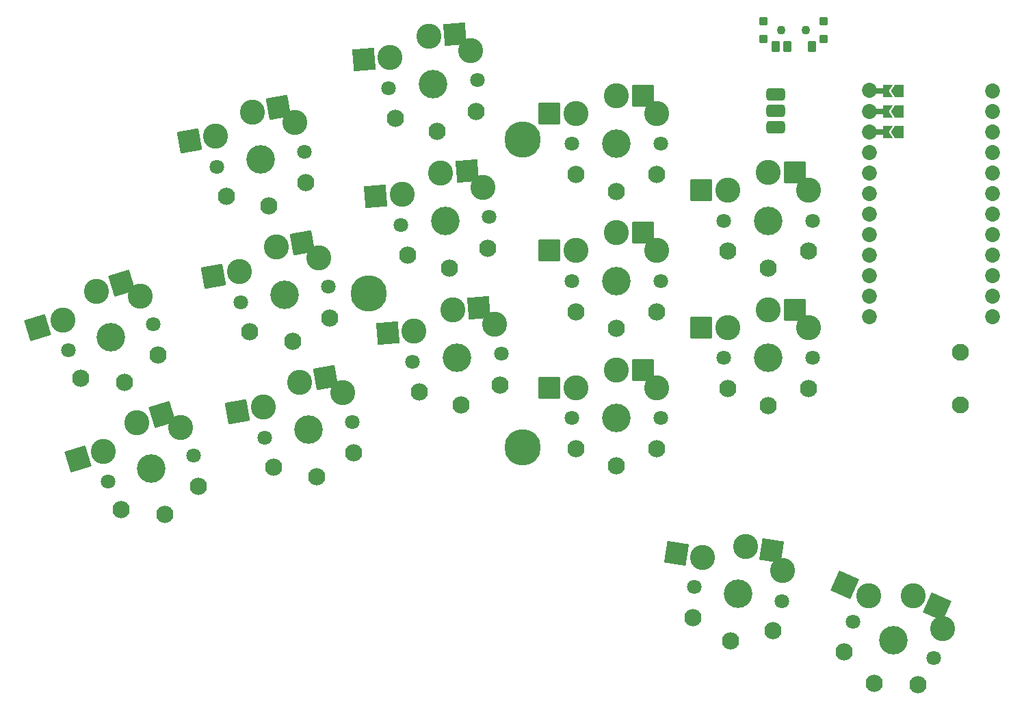
<source format=gts>
%TF.GenerationSoftware,KiCad,Pcbnew,(6.0.4)*%
%TF.CreationDate,2022-05-21T23:26:30+02:00*%
%TF.ProjectId,battoota,62617474-6f6f-4746-912e-6b696361645f,v1.0.0*%
%TF.SameCoordinates,Original*%
%TF.FileFunction,Soldermask,Top*%
%TF.FilePolarity,Negative*%
%FSLAX46Y46*%
G04 Gerber Fmt 4.6, Leading zero omitted, Abs format (unit mm)*
G04 Created by KiCad (PCBNEW (6.0.4)) date 2022-05-21 23:26:30*
%MOMM*%
%LPD*%
G01*
G04 APERTURE LIST*
G04 Aperture macros list*
%AMRoundRect*
0 Rectangle with rounded corners*
0 $1 Rounding radius*
0 $2 $3 $4 $5 $6 $7 $8 $9 X,Y pos of 4 corners*
0 Add a 4 corners polygon primitive as box body*
4,1,4,$2,$3,$4,$5,$6,$7,$8,$9,$2,$3,0*
0 Add four circle primitives for the rounded corners*
1,1,$1+$1,$2,$3*
1,1,$1+$1,$4,$5*
1,1,$1+$1,$6,$7*
1,1,$1+$1,$8,$9*
0 Add four rect primitives between the rounded corners*
20,1,$1+$1,$2,$3,$4,$5,0*
20,1,$1+$1,$4,$5,$6,$7,0*
20,1,$1+$1,$6,$7,$8,$9,0*
20,1,$1+$1,$8,$9,$2,$3,0*%
%AMFreePoly0*
4,1,16,0.535355,0.785355,0.550000,0.750000,0.550000,-0.750000,0.535355,-0.785355,0.500000,-0.800000,-0.650000,-0.800000,-0.685355,-0.785355,-0.700000,-0.750000,-0.691603,-0.722265,-0.210093,0.000000,-0.691603,0.722265,-0.699029,0.759806,-0.677735,0.791603,-0.650000,0.800000,0.500000,0.800000,0.535355,0.785355,0.535355,0.785355,$1*%
%AMFreePoly1*
4,1,16,0.535355,0.785355,0.541603,0.777735,1.041603,0.027735,1.049029,-0.009806,1.041603,-0.027735,0.541603,-0.777735,0.509806,-0.799029,0.500000,-0.800000,-0.500000,-0.800000,-0.535355,-0.785355,-0.550000,-0.750000,-0.550000,0.750000,-0.535355,0.785355,-0.500000,0.800000,0.500000,0.800000,0.535355,0.785355,0.535355,0.785355,$1*%
G04 Aperture macros list end*
%ADD10C,2.100000*%
%ADD11C,3.100000*%
%ADD12C,1.801800*%
%ADD13C,3.529000*%
%ADD14RoundRect,0.050000X-1.054507X-1.505993X1.505993X-1.054507X1.054507X1.505993X-1.505993X1.054507X0*%
%ADD15C,2.132000*%
%ADD16RoundRect,0.050000X-1.181751X-1.408356X1.408356X-1.181751X1.181751X1.408356X-1.408356X1.181751X0*%
%ADD17RoundRect,0.050000X-1.300000X-1.300000X1.300000X-1.300000X1.300000X1.300000X-1.300000X1.300000X0*%
%ADD18RoundRect,0.050000X-0.450000X-0.450000X0.450000X-0.450000X0.450000X0.450000X-0.450000X0.450000X0*%
%ADD19RoundRect,0.050000X-0.450000X-0.625000X0.450000X-0.625000X0.450000X0.625000X-0.450000X0.625000X0*%
%ADD20C,1.100000*%
%ADD21RoundRect,0.050000X-1.716367X-0.658851X0.658851X-1.716367X1.716367X0.658851X-0.658851X1.716367X0*%
%ADD22RoundRect,0.425000X-0.750000X0.375000X-0.750000X-0.375000X0.750000X-0.375000X0.750000X0.375000X0*%
%ADD23RoundRect,0.050000X-0.863113X-1.623279X1.623279X-0.863113X0.863113X1.623279X-1.623279X0.863113X0*%
%ADD24RoundRect,0.050000X-1.487360X-1.080630X1.080630X-1.487360X1.487360X1.080630X-1.080630X1.487360X0*%
%ADD25C,1.852600*%
%ADD26FreePoly0,180.000000*%
%ADD27RoundRect,0.050000X-0.762000X0.250000X-0.762000X-0.250000X0.762000X-0.250000X0.762000X0.250000X0*%
%ADD28FreePoly1,180.000000*%
%ADD29C,4.500000*%
G04 APERTURE END LIST*
D10*
%TO.C,B1*%
X157969791Y80873254D03*
X157969791Y74373254D03*
%TD*%
D11*
%TO.C,S11*%
X75659968Y109306337D03*
X70353903Y110604673D03*
X70353903Y110604673D03*
D12*
X65970667Y103790002D03*
D11*
X65811891Y107569855D03*
D13*
X71387110Y104745067D03*
D12*
X76803553Y105700132D03*
D14*
X73579149Y111173371D03*
X62586645Y107001157D03*
%TD*%
D12*
%TO.C,S34*%
X154739291Y43001202D03*
D13*
X149714791Y45238254D03*
D12*
X144690291Y47475306D03*
D15*
X143601464Y43800464D03*
X152736919Y39733098D03*
X147315045Y39848336D03*
X147315045Y39848336D03*
%TD*%
D13*
%TO.C,S15*%
X94221643Y97114167D03*
D12*
X99700714Y97593524D03*
D11*
X98875782Y101285676D03*
X93703066Y103041525D03*
X93703066Y103041525D03*
X88913835Y100414118D03*
D12*
X88742572Y96634810D03*
D16*
X96965604Y103326961D03*
X85651298Y100128683D03*
%TD*%
D11*
%TO.C,S21*%
X115411087Y95636017D03*
D12*
X109911087Y89686017D03*
D11*
X115411087Y95636017D03*
X120411087Y93436017D03*
D12*
X120911087Y89686017D03*
D11*
X110411087Y93436017D03*
D13*
X115411087Y89686017D03*
D17*
X118686087Y95636017D03*
X107136087Y93436017D03*
%TD*%
D12*
%TO.C,S8*%
X71874705Y70306538D03*
X82707591Y72216668D03*
D13*
X77291148Y71261603D03*
D15*
X73026972Y66651093D03*
X82875050Y68387574D03*
X78315672Y65451237D03*
X78315672Y65451237D03*
%TD*%
D18*
%TO.C,T1*%
X141068406Y119651838D03*
X133668406Y121851838D03*
X141068406Y121851838D03*
X133668406Y119651838D03*
D19*
X139618406Y118676838D03*
X136618406Y118676838D03*
X135118406Y118676838D03*
%TD*%
D20*
%TO.C,T2*%
X135868406Y120751838D03*
X138868406Y120751838D03*
%TD*%
D13*
%TO.C,S14*%
X95703291Y80178857D03*
D12*
X101182362Y80658214D03*
X90224220Y79699500D03*
D15*
X91053509Y75957538D03*
X101015456Y76829096D03*
X96217510Y74301308D03*
X96217510Y74301308D03*
%TD*%
D13*
%TO.C,S20*%
X115411087Y72686017D03*
D12*
X109911087Y72686017D03*
X120911087Y72686017D03*
D15*
X120411087Y68886017D03*
X110411087Y68886017D03*
X115411087Y66786017D03*
X115411087Y66786017D03*
%TD*%
D12*
%TO.C,S28*%
X128718280Y80153254D03*
X139718280Y80153254D03*
D13*
X134218280Y80153254D03*
D15*
X129218280Y76353254D03*
X139218280Y76353254D03*
X134218280Y74253254D03*
X134218280Y74253254D03*
%TD*%
D11*
%TO.C,S29*%
X134218280Y103103254D03*
X134218280Y103103254D03*
D12*
X139718280Y97153254D03*
D13*
X134218280Y97153254D03*
D11*
X139218280Y100903254D03*
X129218280Y100903254D03*
D12*
X128718280Y97153254D03*
D17*
X137493280Y103103254D03*
X125943280Y100903254D03*
%TD*%
D13*
%TO.C,S33*%
X149714791Y45238254D03*
D11*
X152134874Y50673849D03*
X146672326Y50697733D03*
D12*
X144690291Y47475306D03*
D11*
X152134874Y50673849D03*
X155807781Y46630366D03*
D12*
X154739291Y43001202D03*
D21*
X155126735Y49341787D03*
X143680465Y52029795D03*
%TD*%
D11*
%TO.C,S7*%
X71715929Y74086391D03*
X81564006Y75822873D03*
X76257941Y77121209D03*
D12*
X71874705Y70306538D03*
D11*
X76257941Y77121209D03*
D12*
X82707591Y72216668D03*
D13*
X77291148Y71261603D03*
D14*
X79483187Y77689907D03*
X68490683Y73517693D03*
%TD*%
D22*
%TO.C,PAD1*%
X135109791Y108738254D03*
X135109791Y110738254D03*
X135109791Y112738254D03*
%TD*%
D13*
%TO.C,S5*%
X52842259Y82729963D03*
D12*
X58101935Y84338007D03*
D11*
X51102647Y88419976D03*
X51102647Y88419976D03*
D12*
X47582583Y81121919D03*
D11*
X46964341Y84854247D03*
X56527389Y87777964D03*
D23*
X54234545Y89377494D03*
X43832443Y83896730D03*
%TD*%
D11*
%TO.C,S27*%
X129218280Y83903254D03*
D12*
X139718280Y80153254D03*
D13*
X134218280Y80153254D03*
D11*
X139218280Y83903254D03*
X134218280Y86103254D03*
X134218280Y86103254D03*
D12*
X128718280Y80153254D03*
D17*
X137493280Y86103254D03*
X125943280Y83903254D03*
%TD*%
D11*
%TO.C,S9*%
X68763910Y90828123D03*
D13*
X74339129Y88003335D03*
D11*
X73305922Y93862941D03*
X78611987Y92564605D03*
D12*
X68922686Y87048270D03*
D11*
X73305922Y93862941D03*
D12*
X79755572Y88958400D03*
D14*
X76531168Y94431639D03*
X65538664Y90259425D03*
%TD*%
D12*
%TO.C,S16*%
X99700714Y97593524D03*
D13*
X94221643Y97114167D03*
D12*
X88742572Y96634810D03*
D15*
X99533808Y93764406D03*
X89571861Y92892848D03*
X94735862Y91236618D03*
X94735862Y91236618D03*
%TD*%
D12*
%TO.C,S30*%
X139718280Y97153254D03*
X128718280Y97153254D03*
D13*
X134218280Y97153254D03*
D15*
X139218280Y93353254D03*
X129218280Y93353254D03*
X134218280Y91253254D03*
X134218280Y91253254D03*
%TD*%
D12*
%TO.C,S13*%
X90224220Y79699500D03*
X101182362Y80658214D03*
D13*
X95703291Y80178857D03*
D11*
X95184714Y86106215D03*
X100357430Y84350366D03*
X95184714Y86106215D03*
X90395483Y83478808D03*
D16*
X98447252Y86391651D03*
X87132946Y83193373D03*
%TD*%
D12*
%TO.C,S24*%
X109911087Y106686017D03*
X120911087Y106686017D03*
D13*
X115411087Y106686017D03*
D15*
X110411087Y102886017D03*
X120411087Y102886017D03*
X115411087Y100786017D03*
X115411087Y100786017D03*
%TD*%
D12*
%TO.C,S17*%
X87260925Y113570120D03*
D13*
X92739996Y114049477D03*
D12*
X98219067Y114528834D03*
D11*
X87432188Y117349428D03*
X97394135Y118220986D03*
X92221419Y119976835D03*
X92221419Y119976835D03*
D16*
X95483957Y120262271D03*
X84169651Y117063993D03*
%TD*%
D12*
%TO.C,S4*%
X52552902Y64864738D03*
X63072254Y68080826D03*
D13*
X57812578Y66472782D03*
D15*
X54142067Y61376965D03*
X63705114Y64300682D03*
X59537571Y60830584D03*
X59537571Y60830584D03*
%TD*%
D12*
%TO.C,S10*%
X79755572Y88958400D03*
X68922686Y87048270D03*
D13*
X74339129Y88003335D03*
D15*
X70074953Y83392825D03*
X79923031Y85129306D03*
X75363653Y82192969D03*
X75363653Y82192969D03*
%TD*%
D12*
%TO.C,S22*%
X109911087Y89686017D03*
X120911087Y89686017D03*
D13*
X115411087Y89686017D03*
D15*
X110411087Y85886017D03*
X120411087Y85886017D03*
X115411087Y83786017D03*
X115411087Y83786017D03*
%TD*%
D13*
%TO.C,S31*%
X130476118Y50937009D03*
D12*
X125043832Y51797399D03*
D11*
X131406903Y56813755D03*
X136001189Y53858668D03*
X131406903Y56813755D03*
X126124306Y55423013D03*
D12*
X135908404Y50076619D03*
D24*
X134641582Y56301432D03*
X122889626Y55935335D03*
%TD*%
D25*
%TO.C,MCU1*%
X161977213Y110643254D03*
D26*
X148993690Y110643254D03*
X148993690Y113183254D03*
D27*
X148068690Y108103254D03*
D25*
X161977213Y108103254D03*
X146737213Y108103254D03*
D27*
X148068690Y113183254D03*
D26*
X148993690Y108103254D03*
D27*
X148068690Y110643254D03*
D25*
X146737213Y113267000D03*
X161977213Y113183254D03*
X146737213Y110643254D03*
D28*
X150443690Y113183254D03*
X150443690Y110643254D03*
X150443690Y108103254D03*
D25*
X146737213Y105563254D03*
X146737213Y103023254D03*
X146737213Y100483254D03*
X146737213Y97943254D03*
X146737213Y95403254D03*
X146737213Y92863254D03*
X146737213Y90323254D03*
X146737213Y87783254D03*
X146737213Y85243254D03*
X161977213Y105563254D03*
X161977213Y103023254D03*
X161977213Y100483254D03*
X161977213Y97943254D03*
X161977213Y95403254D03*
X161977213Y92863254D03*
X161977213Y90323254D03*
X161977213Y87783254D03*
X161977213Y85243254D03*
%TD*%
D12*
%TO.C,S3*%
X52552902Y64864738D03*
D11*
X51934660Y68597066D03*
D13*
X57812578Y66472782D03*
D11*
X61497708Y71520783D03*
X56072966Y72162795D03*
X56072966Y72162795D03*
D12*
X63072254Y68080826D03*
D23*
X59204864Y73120313D03*
X48802762Y67639549D03*
%TD*%
D12*
%TO.C,S32*%
X135908404Y50076619D03*
D13*
X130476118Y50937009D03*
D12*
X125043832Y51797399D03*
D15*
X134820109Y46401621D03*
X124943225Y47965966D03*
X129553155Y45109648D03*
X129553155Y45109648D03*
%TD*%
D29*
%TO.C,REF\u002A\u002A*%
X84747220Y88141427D03*
X103797220Y69091427D03*
X103797220Y107191427D03*
%TD*%
D13*
%TO.C,S12*%
X71387110Y104745067D03*
D12*
X65970667Y103790002D03*
X76803553Y105700132D03*
D15*
X76971012Y101871038D03*
X67122934Y100134557D03*
X72411634Y98934701D03*
X72411634Y98934701D03*
%TD*%
D13*
%TO.C,S23*%
X115411087Y106686017D03*
D12*
X120911087Y106686017D03*
D11*
X115411087Y112636017D03*
X115411087Y112636017D03*
X110411087Y110436017D03*
X120411087Y110436017D03*
D12*
X109911087Y106686017D03*
D17*
X118686087Y112636017D03*
X107136087Y110436017D03*
%TD*%
D12*
%TO.C,S6*%
X47582583Y81121919D03*
X58101935Y84338007D03*
D13*
X52842259Y82729963D03*
D15*
X49171748Y77634146D03*
X58734795Y80557863D03*
X54567252Y77087765D03*
X54567252Y77087765D03*
%TD*%
D13*
%TO.C,S19*%
X115411087Y72686017D03*
D11*
X115411087Y78636017D03*
X110411087Y76436017D03*
D12*
X120911087Y72686017D03*
X109911087Y72686017D03*
D11*
X120411087Y76436017D03*
X115411087Y78636017D03*
D17*
X118686087Y78636017D03*
X107136087Y76436017D03*
%TD*%
D12*
%TO.C,S18*%
X98219067Y114528834D03*
D13*
X92739996Y114049477D03*
D12*
X87260925Y113570120D03*
D15*
X88090214Y109828158D03*
X98052161Y110699716D03*
X93254215Y108171928D03*
X93254215Y108171928D03*
%TD*%
M02*

</source>
